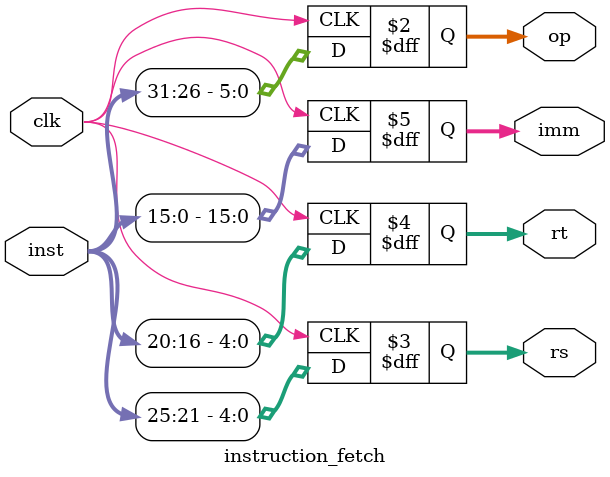
<source format=v>
module instruction_fetch(clk,inst, op, rs, rt, imm);
    input clk;
    input [31:0] inst;
    output reg [05:00] op;
    output reg [04:00] rs;
    output reg [04:00] rt;
    output reg [15:00] imm;
    always @ (posedge clk) begin
        op <= inst[31:26];
        rs <= inst[25:21];
        rt <= inst[20:16];
        imm <= inst[15:0];
    end
endmodule
</source>
